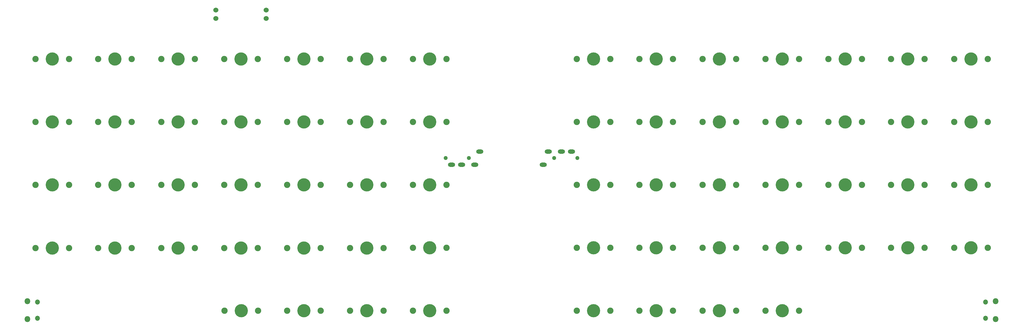
<source format=gbr>
%TF.GenerationSoftware,KiCad,Pcbnew,(7.0.0-0)*%
%TF.CreationDate,2023-03-05T21:50:49+09:00*%
%TF.ProjectId,11111,31313131-312e-46b6-9963-61645f706362,rev?*%
%TF.SameCoordinates,Original*%
%TF.FileFunction,Soldermask,Top*%
%TF.FilePolarity,Negative*%
%FSLAX46Y46*%
G04 Gerber Fmt 4.6, Leading zero omitted, Abs format (unit mm)*
G04 Created by KiCad (PCBNEW (7.0.0-0)) date 2023-03-05 21:50:49*
%MOMM*%
%LPD*%
G01*
G04 APERTURE LIST*
%ADD10C,1.900000*%
%ADD11C,4.000000*%
%ADD12C,1.210000*%
%ADD13O,2.200000X1.300000*%
%ADD14C,1.524000*%
%ADD15O,1.800000X1.800000*%
%ADD16O,1.500000X1.500000*%
G04 APERTURE END LIST*
D10*
%TO.C,SW13*%
X300355000Y-40580000D03*
D11*
X305435000Y-40580000D03*
D10*
X310515000Y-40580000D03*
%TD*%
%TO.C,SW46*%
X98425000Y-97850000D03*
D11*
X103505000Y-97850000D03*
D10*
X108585000Y-97850000D03*
%TD*%
%TO.C,SW8*%
X205155000Y-40580000D03*
D11*
X210235000Y-40580000D03*
D10*
X215315000Y-40580000D03*
%TD*%
%TO.C,SW54*%
X281355000Y-97730000D03*
D11*
X286435000Y-97730000D03*
D10*
X291515000Y-97730000D03*
%TD*%
%TO.C,SW61*%
X205155000Y-116780000D03*
D11*
X210235000Y-116780000D03*
D10*
X215315000Y-116780000D03*
%TD*%
%TO.C,SW26*%
X281355000Y-59630000D03*
D11*
X286435000Y-59630000D03*
D10*
X291515000Y-59630000D03*
%TD*%
%TO.C,SW22*%
X205155000Y-59630000D03*
D11*
X210235000Y-59630000D03*
D10*
X215315000Y-59630000D03*
%TD*%
D12*
%TO.C,J1*%
X165500000Y-70580000D03*
X172500000Y-70580000D03*
D13*
X175799999Y-68579999D03*
X167299999Y-72579999D03*
X170299999Y-72579999D03*
X174299999Y-72579999D03*
%TD*%
D14*
%TO.C,REF\u002A\u002A*%
X95920000Y-25800000D03*
X95920000Y-28340000D03*
X111160000Y-25800000D03*
X111160000Y-28340000D03*
%TD*%
D10*
%TO.C,SW34*%
X136525000Y-78680000D03*
D11*
X141605000Y-78680000D03*
D10*
X146685000Y-78680000D03*
%TD*%
%TO.C,SW15*%
X41275000Y-59630000D03*
D11*
X46355000Y-59630000D03*
D10*
X51435000Y-59630000D03*
%TD*%
%TO.C,SW62*%
X224155000Y-116780000D03*
D11*
X229235000Y-116780000D03*
D10*
X234315000Y-116780000D03*
%TD*%
%TO.C,SW23*%
X224155000Y-59630000D03*
D11*
X229235000Y-59630000D03*
D10*
X234315000Y-59630000D03*
%TD*%
%TO.C,SW45*%
X79375000Y-97850000D03*
D11*
X84455000Y-97850000D03*
D10*
X89535000Y-97850000D03*
%TD*%
%TO.C,SW57*%
X98485000Y-116780000D03*
D11*
X103565000Y-116780000D03*
D10*
X108645000Y-116780000D03*
%TD*%
%TO.C,SW1*%
X41275000Y-40580000D03*
D11*
X46355000Y-40580000D03*
D10*
X51435000Y-40580000D03*
%TD*%
%TO.C,SW12*%
X281355000Y-40580000D03*
D11*
X286435000Y-40580000D03*
D10*
X291515000Y-40580000D03*
%TD*%
%TO.C,SW58*%
X117475000Y-116780000D03*
D11*
X122555000Y-116780000D03*
D10*
X127635000Y-116780000D03*
%TD*%
%TO.C,SW16*%
X60255000Y-59630000D03*
D11*
X65335000Y-59630000D03*
D10*
X70415000Y-59630000D03*
%TD*%
%TO.C,SW40*%
X281355000Y-78680000D03*
D11*
X286435000Y-78680000D03*
D10*
X291515000Y-78680000D03*
%TD*%
%TO.C,SW19*%
X117475000Y-59630000D03*
D11*
X122555000Y-59630000D03*
D10*
X127635000Y-59630000D03*
%TD*%
%TO.C,SW43*%
X41275000Y-97850000D03*
D11*
X46355000Y-97850000D03*
D10*
X51435000Y-97850000D03*
%TD*%
%TO.C,SW53*%
X262355000Y-97730000D03*
D11*
X267435000Y-97730000D03*
D10*
X272515000Y-97730000D03*
%TD*%
%TO.C,SW47*%
X117475000Y-97850000D03*
D11*
X122555000Y-97850000D03*
D10*
X127635000Y-97850000D03*
%TD*%
%TO.C,SW35*%
X155575000Y-78680000D03*
D11*
X160655000Y-78680000D03*
D10*
X165735000Y-78680000D03*
%TD*%
%TO.C,SW28*%
X319455000Y-59630000D03*
D11*
X324535000Y-59630000D03*
D10*
X329615000Y-59630000D03*
%TD*%
%TO.C,SW51*%
X224155000Y-97730000D03*
D11*
X229235000Y-97730000D03*
D10*
X234315000Y-97730000D03*
%TD*%
%TO.C,SW37*%
X224155000Y-78680000D03*
D11*
X229235000Y-78680000D03*
D10*
X234315000Y-78680000D03*
%TD*%
%TO.C,SW56*%
X319455000Y-97730000D03*
D11*
X324535000Y-97730000D03*
D10*
X329615000Y-97730000D03*
%TD*%
%TO.C,SW30*%
X60255000Y-78680000D03*
D11*
X65335000Y-78680000D03*
D10*
X70415000Y-78680000D03*
%TD*%
%TO.C,SW33*%
X117475000Y-78680000D03*
D11*
X122555000Y-78680000D03*
D10*
X127635000Y-78680000D03*
%TD*%
%TO.C,SW9*%
X224155000Y-40580000D03*
D11*
X229235000Y-40580000D03*
D10*
X234315000Y-40580000D03*
%TD*%
%TO.C,SW27*%
X300355000Y-59630000D03*
D11*
X305435000Y-59630000D03*
D10*
X310515000Y-59630000D03*
%TD*%
%TO.C,SW14*%
X319455000Y-40580000D03*
D11*
X324535000Y-40580000D03*
D10*
X329615000Y-40580000D03*
%TD*%
%TO.C,SW50*%
X205155000Y-97730000D03*
D11*
X210235000Y-97730000D03*
D10*
X215315000Y-97730000D03*
%TD*%
%TO.C,SW38*%
X243255000Y-78680000D03*
D11*
X248335000Y-78680000D03*
D10*
X253415000Y-78680000D03*
%TD*%
%TO.C,SW11*%
X262355000Y-40580000D03*
D11*
X267435000Y-40580000D03*
D10*
X272515000Y-40580000D03*
%TD*%
%TO.C,SW6*%
X136525000Y-40580000D03*
D11*
X141605000Y-40580000D03*
D10*
X146685000Y-40580000D03*
%TD*%
%TO.C,SW44*%
X60255000Y-97850000D03*
D11*
X65335000Y-97850000D03*
D10*
X70415000Y-97850000D03*
%TD*%
%TO.C,SW52*%
X243255000Y-97730000D03*
D11*
X248335000Y-97730000D03*
D10*
X253415000Y-97730000D03*
%TD*%
%TO.C,SW49*%
X155575000Y-97730000D03*
D11*
X160655000Y-97730000D03*
D10*
X165735000Y-97730000D03*
%TD*%
%TO.C,SW21*%
X155575000Y-59630000D03*
D11*
X160655000Y-59630000D03*
D10*
X165735000Y-59630000D03*
%TD*%
%TO.C,SW29*%
X41275000Y-78680000D03*
D11*
X46355000Y-78680000D03*
D10*
X51435000Y-78680000D03*
%TD*%
%TO.C,SW4*%
X98425000Y-40580000D03*
D11*
X103505000Y-40580000D03*
D10*
X108585000Y-40580000D03*
%TD*%
%TO.C,SW39*%
X262355000Y-78680000D03*
D11*
X267435000Y-78680000D03*
D10*
X272515000Y-78680000D03*
%TD*%
%TO.C,SW59*%
X136525000Y-116780000D03*
D11*
X141605000Y-116780000D03*
D10*
X146685000Y-116780000D03*
%TD*%
%TO.C,SW20*%
X136525000Y-59630000D03*
D11*
X141605000Y-59630000D03*
D10*
X146685000Y-59630000D03*
%TD*%
%TO.C,SW32*%
X98425000Y-78680000D03*
D11*
X103505000Y-78680000D03*
D10*
X108585000Y-78680000D03*
%TD*%
%TO.C,SW55*%
X300355000Y-97730000D03*
D11*
X305435000Y-97730000D03*
D10*
X310515000Y-97730000D03*
%TD*%
%TO.C,SW2*%
X60255000Y-40580000D03*
D11*
X65335000Y-40580000D03*
D10*
X70415000Y-40580000D03*
%TD*%
%TO.C,SW3*%
X79375000Y-40580000D03*
D11*
X84455000Y-40580000D03*
D10*
X89535000Y-40580000D03*
%TD*%
%TO.C,SW7*%
X155575000Y-40580000D03*
D11*
X160655000Y-40580000D03*
D10*
X165735000Y-40580000D03*
%TD*%
%TO.C,SW24*%
X243255000Y-59630000D03*
D11*
X248335000Y-59630000D03*
D10*
X253415000Y-59630000D03*
%TD*%
%TO.C,SW17*%
X79375000Y-59630000D03*
D11*
X84455000Y-59630000D03*
D10*
X89535000Y-59630000D03*
%TD*%
%TO.C,SW25*%
X262355000Y-59630000D03*
D11*
X267435000Y-59630000D03*
D10*
X272515000Y-59630000D03*
%TD*%
D12*
%TO.C,J2*%
X205345000Y-70580000D03*
X198345000Y-70580000D03*
D13*
X195044999Y-72579999D03*
X203544999Y-68579999D03*
X200544999Y-68579999D03*
X196544999Y-68579999D03*
%TD*%
D10*
%TO.C,SW48*%
X136525000Y-97850000D03*
D11*
X141605000Y-97850000D03*
D10*
X146685000Y-97850000D03*
%TD*%
%TO.C,SW10*%
X243255000Y-40580000D03*
D11*
X248335000Y-40580000D03*
D10*
X253415000Y-40580000D03*
%TD*%
%TO.C,SW60*%
X155575000Y-116780000D03*
D11*
X160655000Y-116780000D03*
D10*
X165735000Y-116780000D03*
%TD*%
%TO.C,SW18*%
X98425000Y-59630000D03*
D11*
X103505000Y-59630000D03*
D10*
X108585000Y-59630000D03*
%TD*%
%TO.C,SW64*%
X262355000Y-116780000D03*
D11*
X267435000Y-116780000D03*
D10*
X272515000Y-116780000D03*
%TD*%
%TO.C,SW41*%
X300355000Y-78680000D03*
D11*
X305435000Y-78680000D03*
D10*
X310515000Y-78680000D03*
%TD*%
%TO.C,SW42*%
X319455000Y-78680000D03*
D11*
X324535000Y-78680000D03*
D10*
X329615000Y-78680000D03*
%TD*%
%TO.C,SW31*%
X79375000Y-78680000D03*
D11*
X84455000Y-78680000D03*
D10*
X89535000Y-78680000D03*
%TD*%
%TO.C,SW36*%
X205155000Y-78680000D03*
D11*
X210235000Y-78680000D03*
D10*
X215315000Y-78680000D03*
%TD*%
%TO.C,SW5*%
X117475000Y-40580000D03*
D11*
X122555000Y-40580000D03*
D10*
X127635000Y-40580000D03*
%TD*%
%TO.C,SW63*%
X243255000Y-116780000D03*
D11*
X248335000Y-116780000D03*
D10*
X253415000Y-116780000D03*
%TD*%
D15*
%TO.C,U1*%
X38799999Y-113889999D03*
D16*
X41829999Y-114189999D03*
X41829999Y-119039999D03*
D15*
X38799999Y-119339999D03*
%TD*%
%TO.C,U2*%
X332034999Y-119339999D03*
D16*
X329004999Y-119039999D03*
X329004999Y-114189999D03*
D15*
X332034999Y-113889999D03*
%TD*%
M02*

</source>
